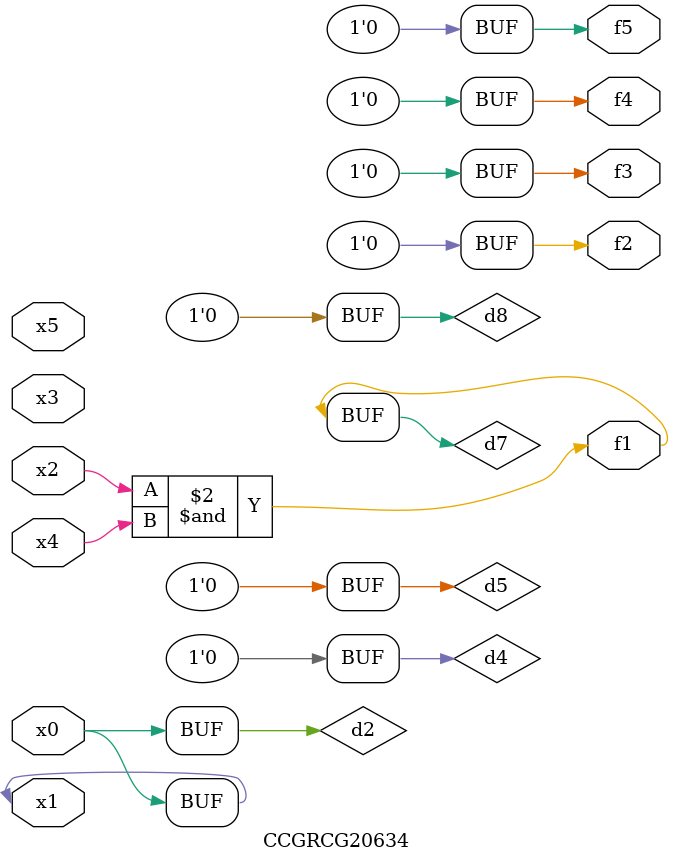
<source format=v>
module CCGRCG20634(
	input x0, x1, x2, x3, x4, x5,
	output f1, f2, f3, f4, f5
);

	wire d1, d2, d3, d4, d5, d6, d7, d8, d9;

	nand (d1, x1);
	buf (d2, x0, x1);
	nand (d3, x2, x4);
	and (d4, d1, d2);
	and (d5, d1, d2);
	nand (d6, d1, d3);
	not (d7, d3);
	xor (d8, d5);
	nor (d9, d5, d6);
	assign f1 = d7;
	assign f2 = d8;
	assign f3 = d8;
	assign f4 = d8;
	assign f5 = d8;
endmodule

</source>
